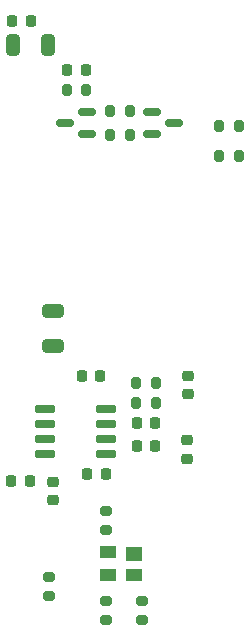
<source format=gbr>
%TF.GenerationSoftware,KiCad,Pcbnew,5.99.0-unknown-f7b20611c1~106~ubuntu20.04.1*%
%TF.CreationDate,2021-01-06T18:34:37-03:00*%
%TF.ProjectId,lisa32,6c697361-3332-42e6-9b69-6361645f7063,rev?*%
%TF.SameCoordinates,Original*%
%TF.FileFunction,Paste,Bot*%
%TF.FilePolarity,Positive*%
%FSLAX46Y46*%
G04 Gerber Fmt 4.6, Leading zero omitted, Abs format (unit mm)*
G04 Created by KiCad (PCBNEW 5.99.0-unknown-f7b20611c1~106~ubuntu20.04.1) date 2021-01-06 18:34:37*
%MOMM*%
%LPD*%
G01*
G04 APERTURE LIST*
G04 Aperture macros list*
%AMRoundRect*
0 Rectangle with rounded corners*
0 $1 Rounding radius*
0 $2 $3 $4 $5 $6 $7 $8 $9 X,Y pos of 4 corners*
0 Add a 4 corners polygon primitive as box body*
4,1,4,$2,$3,$4,$5,$6,$7,$8,$9,$2,$3,0*
0 Add four circle primitives for the rounded corners*
1,1,$1+$1,$2,$3,0*
1,1,$1+$1,$4,$5,0*
1,1,$1+$1,$6,$7,0*
1,1,$1+$1,$8,$9,0*
0 Add four rect primitives between the rounded corners*
20,1,$1+$1,$2,$3,$4,$5,0*
20,1,$1+$1,$4,$5,$6,$7,0*
20,1,$1+$1,$6,$7,$8,$9,0*
20,1,$1+$1,$8,$9,$2,$3,0*%
G04 Aperture macros list end*
%ADD10R,1.400000X1.200000*%
%ADD11R,1.400000X1.000000*%
%ADD12RoundRect,0.150000X-0.587500X-0.150000X0.587500X-0.150000X0.587500X0.150000X-0.587500X0.150000X0*%
%ADD13RoundRect,0.200000X-0.200000X-0.275000X0.200000X-0.275000X0.200000X0.275000X-0.200000X0.275000X0*%
%ADD14RoundRect,0.200000X-0.275000X0.200000X-0.275000X-0.200000X0.275000X-0.200000X0.275000X0.200000X0*%
%ADD15RoundRect,0.225000X-0.250000X0.225000X-0.250000X-0.225000X0.250000X-0.225000X0.250000X0.225000X0*%
%ADD16RoundRect,0.218750X-0.218750X-0.256250X0.218750X-0.256250X0.218750X0.256250X-0.218750X0.256250X0*%
%ADD17RoundRect,0.150000X-0.725000X-0.150000X0.725000X-0.150000X0.725000X0.150000X-0.725000X0.150000X0*%
%ADD18RoundRect,0.200000X0.200000X0.275000X-0.200000X0.275000X-0.200000X-0.275000X0.200000X-0.275000X0*%
%ADD19RoundRect,0.225000X-0.225000X-0.250000X0.225000X-0.250000X0.225000X0.250000X-0.225000X0.250000X0*%
%ADD20RoundRect,0.250000X0.650000X-0.325000X0.650000X0.325000X-0.650000X0.325000X-0.650000X-0.325000X0*%
%ADD21RoundRect,0.218750X0.218750X0.256250X-0.218750X0.256250X-0.218750X-0.256250X0.218750X-0.256250X0*%
%ADD22RoundRect,0.150000X0.587500X0.150000X-0.587500X0.150000X-0.587500X-0.150000X0.587500X-0.150000X0*%
%ADD23RoundRect,0.250000X-0.325000X-0.650000X0.325000X-0.650000X0.325000X0.650000X-0.325000X0.650000X0*%
%ADD24RoundRect,0.225000X0.225000X0.250000X-0.225000X0.250000X-0.225000X-0.250000X0.225000X-0.250000X0*%
%ADD25RoundRect,0.200000X0.275000X-0.200000X0.275000X0.200000X-0.275000X0.200000X-0.275000X-0.200000X0*%
G04 APERTURE END LIST*
D10*
%TO.C,D2*%
X15832000Y-50131600D03*
D11*
X15832000Y-51851600D03*
X13632000Y-51851600D03*
X13632000Y-49951600D03*
%TD*%
D12*
%TO.C,Q2*%
X17413500Y-14539000D03*
X17413500Y-12639000D03*
X19288500Y-13589000D03*
%TD*%
D13*
%TO.C,R5*%
X13843000Y-14605000D03*
X15493000Y-14605000D03*
%TD*%
D14*
%TO.C,R3*%
X16510000Y-54039000D03*
X16510000Y-55689000D03*
%TD*%
D15*
%TO.C,C17*%
X20421600Y-34988200D03*
X20421600Y-36538200D03*
%TD*%
D14*
%TO.C,R2*%
X13462000Y-54039000D03*
X13462000Y-55689000D03*
%TD*%
D16*
%TO.C,L2*%
X5460900Y-43942000D03*
X7035900Y-43942000D03*
%TD*%
D17*
%TO.C,U4*%
X8347000Y-41656000D03*
X8347000Y-40386000D03*
X8347000Y-39116000D03*
X8347000Y-37846000D03*
X13497000Y-37846000D03*
X13497000Y-39116000D03*
X13497000Y-40386000D03*
X13497000Y-41656000D03*
%TD*%
D13*
%TO.C,R20*%
X16040600Y-37287200D03*
X17690600Y-37287200D03*
%TD*%
D18*
%TO.C,R21*%
X11810000Y-10795000D03*
X10160000Y-10795000D03*
%TD*%
D19*
%TO.C,C19*%
X11467800Y-35001200D03*
X13017800Y-35001200D03*
%TD*%
D15*
%TO.C,C15*%
X9042400Y-43979800D03*
X9042400Y-45529800D03*
%TD*%
D20*
%TO.C,C11*%
X9017000Y-32463000D03*
X9017000Y-29513000D03*
%TD*%
D13*
%TO.C,R19*%
X16040600Y-35661600D03*
X17690600Y-35661600D03*
%TD*%
D14*
%TO.C,R1*%
X8636000Y-52007000D03*
X8636000Y-53657000D03*
%TD*%
D19*
%TO.C,C7*%
X16090600Y-38989000D03*
X17640600Y-38989000D03*
%TD*%
D18*
%TO.C,R4*%
X15493000Y-12573000D03*
X13843000Y-12573000D03*
%TD*%
D21*
%TO.C,L1*%
X17653100Y-40970200D03*
X16078100Y-40970200D03*
%TD*%
D22*
%TO.C,Q1*%
X11922500Y-12639000D03*
X11922500Y-14539000D03*
X10047500Y-13589000D03*
%TD*%
D19*
%TO.C,C22*%
X5575000Y-4953000D03*
X7125000Y-4953000D03*
%TD*%
%TO.C,C20*%
X10210000Y-9144000D03*
X11760000Y-9144000D03*
%TD*%
D15*
%TO.C,C16*%
X20370800Y-40474600D03*
X20370800Y-42024600D03*
%TD*%
D23*
%TO.C,C21*%
X5637000Y-6985000D03*
X8587000Y-6985000D03*
%TD*%
D24*
%TO.C,C5*%
X13475000Y-43332400D03*
X11925000Y-43332400D03*
%TD*%
D13*
%TO.C,R6*%
X23101800Y-16383000D03*
X24751800Y-16383000D03*
%TD*%
%TO.C,R7*%
X23101800Y-13843000D03*
X24751800Y-13843000D03*
%TD*%
D25*
%TO.C,R17*%
X13462000Y-48069000D03*
X13462000Y-46419000D03*
%TD*%
M02*

</source>
